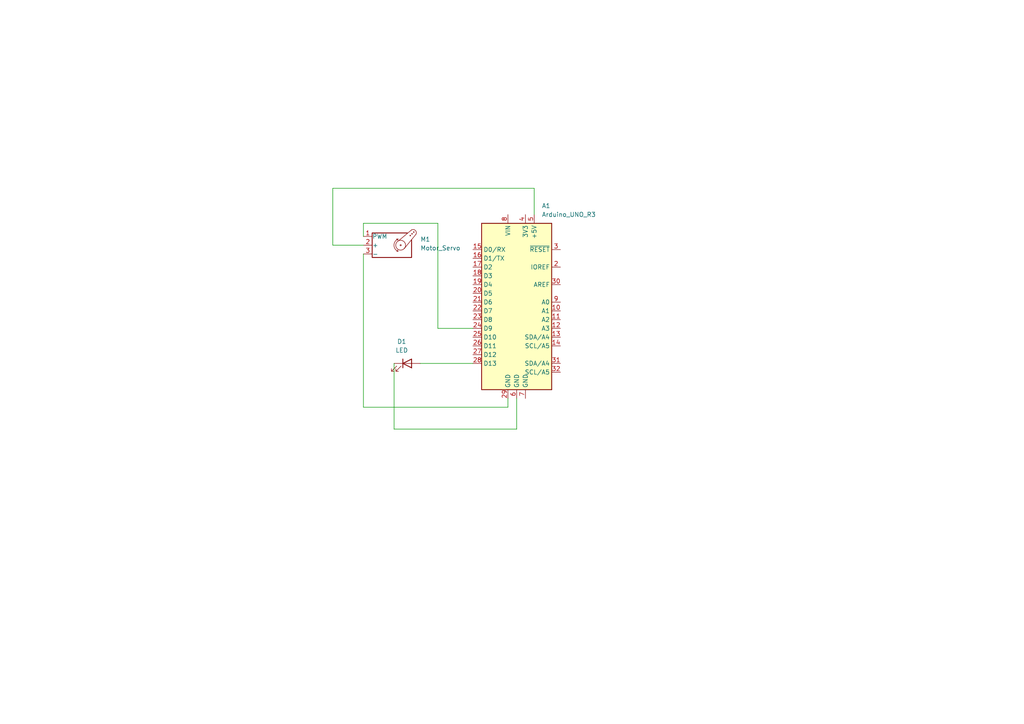
<source format=kicad_sch>
(kicad_sch
	(version 20231120)
	(generator "eeschema")
	(generator_version "8.0")
	(uuid "5afa6179-67df-4ad2-a80e-5f41f85fa8c2")
	(paper "A4")
	(lib_symbols
		(symbol "Device:LED"
			(pin_numbers hide)
			(pin_names
				(offset 1.016) hide)
			(exclude_from_sim no)
			(in_bom yes)
			(on_board yes)
			(property "Reference" "D"
				(at 0 2.54 0)
				(effects
					(font
						(size 1.27 1.27)
					)
				)
			)
			(property "Value" "LED"
				(at 0 -2.54 0)
				(effects
					(font
						(size 1.27 1.27)
					)
				)
			)
			(property "Footprint" ""
				(at 0 0 0)
				(effects
					(font
						(size 1.27 1.27)
					)
					(hide yes)
				)
			)
			(property "Datasheet" "~"
				(at 0 0 0)
				(effects
					(font
						(size 1.27 1.27)
					)
					(hide yes)
				)
			)
			(property "Description" "Light emitting diode"
				(at 0 0 0)
				(effects
					(font
						(size 1.27 1.27)
					)
					(hide yes)
				)
			)
			(property "ki_keywords" "LED diode"
				(at 0 0 0)
				(effects
					(font
						(size 1.27 1.27)
					)
					(hide yes)
				)
			)
			(property "ki_fp_filters" "LED* LED_SMD:* LED_THT:*"
				(at 0 0 0)
				(effects
					(font
						(size 1.27 1.27)
					)
					(hide yes)
				)
			)
			(symbol "LED_0_1"
				(polyline
					(pts
						(xy -1.27 -1.27) (xy -1.27 1.27)
					)
					(stroke
						(width 0.254)
						(type default)
					)
					(fill
						(type none)
					)
				)
				(polyline
					(pts
						(xy -1.27 0) (xy 1.27 0)
					)
					(stroke
						(width 0)
						(type default)
					)
					(fill
						(type none)
					)
				)
				(polyline
					(pts
						(xy 1.27 -1.27) (xy 1.27 1.27) (xy -1.27 0) (xy 1.27 -1.27)
					)
					(stroke
						(width 0.254)
						(type default)
					)
					(fill
						(type none)
					)
				)
				(polyline
					(pts
						(xy -3.048 -0.762) (xy -4.572 -2.286) (xy -3.81 -2.286) (xy -4.572 -2.286) (xy -4.572 -1.524)
					)
					(stroke
						(width 0)
						(type default)
					)
					(fill
						(type none)
					)
				)
				(polyline
					(pts
						(xy -1.778 -0.762) (xy -3.302 -2.286) (xy -2.54 -2.286) (xy -3.302 -2.286) (xy -3.302 -1.524)
					)
					(stroke
						(width 0)
						(type default)
					)
					(fill
						(type none)
					)
				)
			)
			(symbol "LED_1_1"
				(pin passive line
					(at -3.81 0 0)
					(length 2.54)
					(name "K"
						(effects
							(font
								(size 1.27 1.27)
							)
						)
					)
					(number "1"
						(effects
							(font
								(size 1.27 1.27)
							)
						)
					)
				)
				(pin passive line
					(at 3.81 0 180)
					(length 2.54)
					(name "A"
						(effects
							(font
								(size 1.27 1.27)
							)
						)
					)
					(number "2"
						(effects
							(font
								(size 1.27 1.27)
							)
						)
					)
				)
			)
		)
		(symbol "MCU_Module:Arduino_UNO_R3"
			(exclude_from_sim no)
			(in_bom yes)
			(on_board yes)
			(property "Reference" "A"
				(at -10.16 23.495 0)
				(effects
					(font
						(size 1.27 1.27)
					)
					(justify left bottom)
				)
			)
			(property "Value" "Arduino_UNO_R3"
				(at 5.08 -26.67 0)
				(effects
					(font
						(size 1.27 1.27)
					)
					(justify left top)
				)
			)
			(property "Footprint" "Module:Arduino_UNO_R3"
				(at 0 0 0)
				(effects
					(font
						(size 1.27 1.27)
						(italic yes)
					)
					(hide yes)
				)
			)
			(property "Datasheet" "https://www.arduino.cc/en/Main/arduinoBoardUno"
				(at 0 0 0)
				(effects
					(font
						(size 1.27 1.27)
					)
					(hide yes)
				)
			)
			(property "Description" "Arduino UNO Microcontroller Module, release 3"
				(at 0 0 0)
				(effects
					(font
						(size 1.27 1.27)
					)
					(hide yes)
				)
			)
			(property "ki_keywords" "Arduino UNO R3 Microcontroller Module Atmel AVR USB"
				(at 0 0 0)
				(effects
					(font
						(size 1.27 1.27)
					)
					(hide yes)
				)
			)
			(property "ki_fp_filters" "Arduino*UNO*R3*"
				(at 0 0 0)
				(effects
					(font
						(size 1.27 1.27)
					)
					(hide yes)
				)
			)
			(symbol "Arduino_UNO_R3_0_1"
				(rectangle
					(start -10.16 22.86)
					(end 10.16 -25.4)
					(stroke
						(width 0.254)
						(type default)
					)
					(fill
						(type background)
					)
				)
			)
			(symbol "Arduino_UNO_R3_1_1"
				(pin no_connect line
					(at -10.16 -20.32 0)
					(length 2.54) hide
					(name "NC"
						(effects
							(font
								(size 1.27 1.27)
							)
						)
					)
					(number "1"
						(effects
							(font
								(size 1.27 1.27)
							)
						)
					)
				)
				(pin bidirectional line
					(at 12.7 -2.54 180)
					(length 2.54)
					(name "A1"
						(effects
							(font
								(size 1.27 1.27)
							)
						)
					)
					(number "10"
						(effects
							(font
								(size 1.27 1.27)
							)
						)
					)
				)
				(pin bidirectional line
					(at 12.7 -5.08 180)
					(length 2.54)
					(name "A2"
						(effects
							(font
								(size 1.27 1.27)
							)
						)
					)
					(number "11"
						(effects
							(font
								(size 1.27 1.27)
							)
						)
					)
				)
				(pin bidirectional line
					(at 12.7 -7.62 180)
					(length 2.54)
					(name "A3"
						(effects
							(font
								(size 1.27 1.27)
							)
						)
					)
					(number "12"
						(effects
							(font
								(size 1.27 1.27)
							)
						)
					)
				)
				(pin bidirectional line
					(at 12.7 -10.16 180)
					(length 2.54)
					(name "SDA/A4"
						(effects
							(font
								(size 1.27 1.27)
							)
						)
					)
					(number "13"
						(effects
							(font
								(size 1.27 1.27)
							)
						)
					)
				)
				(pin bidirectional line
					(at 12.7 -12.7 180)
					(length 2.54)
					(name "SCL/A5"
						(effects
							(font
								(size 1.27 1.27)
							)
						)
					)
					(number "14"
						(effects
							(font
								(size 1.27 1.27)
							)
						)
					)
				)
				(pin bidirectional line
					(at -12.7 15.24 0)
					(length 2.54)
					(name "D0/RX"
						(effects
							(font
								(size 1.27 1.27)
							)
						)
					)
					(number "15"
						(effects
							(font
								(size 1.27 1.27)
							)
						)
					)
				)
				(pin bidirectional line
					(at -12.7 12.7 0)
					(length 2.54)
					(name "D1/TX"
						(effects
							(font
								(size 1.27 1.27)
							)
						)
					)
					(number "16"
						(effects
							(font
								(size 1.27 1.27)
							)
						)
					)
				)
				(pin bidirectional line
					(at -12.7 10.16 0)
					(length 2.54)
					(name "D2"
						(effects
							(font
								(size 1.27 1.27)
							)
						)
					)
					(number "17"
						(effects
							(font
								(size 1.27 1.27)
							)
						)
					)
				)
				(pin bidirectional line
					(at -12.7 7.62 0)
					(length 2.54)
					(name "D3"
						(effects
							(font
								(size 1.27 1.27)
							)
						)
					)
					(number "18"
						(effects
							(font
								(size 1.27 1.27)
							)
						)
					)
				)
				(pin bidirectional line
					(at -12.7 5.08 0)
					(length 2.54)
					(name "D4"
						(effects
							(font
								(size 1.27 1.27)
							)
						)
					)
					(number "19"
						(effects
							(font
								(size 1.27 1.27)
							)
						)
					)
				)
				(pin output line
					(at 12.7 10.16 180)
					(length 2.54)
					(name "IOREF"
						(effects
							(font
								(size 1.27 1.27)
							)
						)
					)
					(number "2"
						(effects
							(font
								(size 1.27 1.27)
							)
						)
					)
				)
				(pin bidirectional line
					(at -12.7 2.54 0)
					(length 2.54)
					(name "D5"
						(effects
							(font
								(size 1.27 1.27)
							)
						)
					)
					(number "20"
						(effects
							(font
								(size 1.27 1.27)
							)
						)
					)
				)
				(pin bidirectional line
					(at -12.7 0 0)
					(length 2.54)
					(name "D6"
						(effects
							(font
								(size 1.27 1.27)
							)
						)
					)
					(number "21"
						(effects
							(font
								(size 1.27 1.27)
							)
						)
					)
				)
				(pin bidirectional line
					(at -12.7 -2.54 0)
					(length 2.54)
					(name "D7"
						(effects
							(font
								(size 1.27 1.27)
							)
						)
					)
					(number "22"
						(effects
							(font
								(size 1.27 1.27)
							)
						)
					)
				)
				(pin bidirectional line
					(at -12.7 -5.08 0)
					(length 2.54)
					(name "D8"
						(effects
							(font
								(size 1.27 1.27)
							)
						)
					)
					(number "23"
						(effects
							(font
								(size 1.27 1.27)
							)
						)
					)
				)
				(pin bidirectional line
					(at -12.7 -7.62 0)
					(length 2.54)
					(name "D9"
						(effects
							(font
								(size 1.27 1.27)
							)
						)
					)
					(number "24"
						(effects
							(font
								(size 1.27 1.27)
							)
						)
					)
				)
				(pin bidirectional line
					(at -12.7 -10.16 0)
					(length 2.54)
					(name "D10"
						(effects
							(font
								(size 1.27 1.27)
							)
						)
					)
					(number "25"
						(effects
							(font
								(size 1.27 1.27)
							)
						)
					)
				)
				(pin bidirectional line
					(at -12.7 -12.7 0)
					(length 2.54)
					(name "D11"
						(effects
							(font
								(size 1.27 1.27)
							)
						)
					)
					(number "26"
						(effects
							(font
								(size 1.27 1.27)
							)
						)
					)
				)
				(pin bidirectional line
					(at -12.7 -15.24 0)
					(length 2.54)
					(name "D12"
						(effects
							(font
								(size 1.27 1.27)
							)
						)
					)
					(number "27"
						(effects
							(font
								(size 1.27 1.27)
							)
						)
					)
				)
				(pin bidirectional line
					(at -12.7 -17.78 0)
					(length 2.54)
					(name "D13"
						(effects
							(font
								(size 1.27 1.27)
							)
						)
					)
					(number "28"
						(effects
							(font
								(size 1.27 1.27)
							)
						)
					)
				)
				(pin power_in line
					(at -2.54 -27.94 90)
					(length 2.54)
					(name "GND"
						(effects
							(font
								(size 1.27 1.27)
							)
						)
					)
					(number "29"
						(effects
							(font
								(size 1.27 1.27)
							)
						)
					)
				)
				(pin input line
					(at 12.7 15.24 180)
					(length 2.54)
					(name "~{RESET}"
						(effects
							(font
								(size 1.27 1.27)
							)
						)
					)
					(number "3"
						(effects
							(font
								(size 1.27 1.27)
							)
						)
					)
				)
				(pin input line
					(at 12.7 5.08 180)
					(length 2.54)
					(name "AREF"
						(effects
							(font
								(size 1.27 1.27)
							)
						)
					)
					(number "30"
						(effects
							(font
								(size 1.27 1.27)
							)
						)
					)
				)
				(pin bidirectional line
					(at 12.7 -17.78 180)
					(length 2.54)
					(name "SDA/A4"
						(effects
							(font
								(size 1.27 1.27)
							)
						)
					)
					(number "31"
						(effects
							(font
								(size 1.27 1.27)
							)
						)
					)
				)
				(pin bidirectional line
					(at 12.7 -20.32 180)
					(length 2.54)
					(name "SCL/A5"
						(effects
							(font
								(size 1.27 1.27)
							)
						)
					)
					(number "32"
						(effects
							(font
								(size 1.27 1.27)
							)
						)
					)
				)
				(pin power_out line
					(at 2.54 25.4 270)
					(length 2.54)
					(name "3V3"
						(effects
							(font
								(size 1.27 1.27)
							)
						)
					)
					(number "4"
						(effects
							(font
								(size 1.27 1.27)
							)
						)
					)
				)
				(pin power_out line
					(at 5.08 25.4 270)
					(length 2.54)
					(name "+5V"
						(effects
							(font
								(size 1.27 1.27)
							)
						)
					)
					(number "5"
						(effects
							(font
								(size 1.27 1.27)
							)
						)
					)
				)
				(pin power_in line
					(at 0 -27.94 90)
					(length 2.54)
					(name "GND"
						(effects
							(font
								(size 1.27 1.27)
							)
						)
					)
					(number "6"
						(effects
							(font
								(size 1.27 1.27)
							)
						)
					)
				)
				(pin power_in line
					(at 2.54 -27.94 90)
					(length 2.54)
					(name "GND"
						(effects
							(font
								(size 1.27 1.27)
							)
						)
					)
					(number "7"
						(effects
							(font
								(size 1.27 1.27)
							)
						)
					)
				)
				(pin power_in line
					(at -2.54 25.4 270)
					(length 2.54)
					(name "VIN"
						(effects
							(font
								(size 1.27 1.27)
							)
						)
					)
					(number "8"
						(effects
							(font
								(size 1.27 1.27)
							)
						)
					)
				)
				(pin bidirectional line
					(at 12.7 0 180)
					(length 2.54)
					(name "A0"
						(effects
							(font
								(size 1.27 1.27)
							)
						)
					)
					(number "9"
						(effects
							(font
								(size 1.27 1.27)
							)
						)
					)
				)
			)
		)
		(symbol "Motor:Motor_Servo"
			(pin_names
				(offset 0.0254)
			)
			(exclude_from_sim no)
			(in_bom yes)
			(on_board yes)
			(property "Reference" "M"
				(at -5.08 4.445 0)
				(effects
					(font
						(size 1.27 1.27)
					)
					(justify left)
				)
			)
			(property "Value" "Motor_Servo"
				(at -5.08 -4.064 0)
				(effects
					(font
						(size 1.27 1.27)
					)
					(justify left top)
				)
			)
			(property "Footprint" ""
				(at 0 -4.826 0)
				(effects
					(font
						(size 1.27 1.27)
					)
					(hide yes)
				)
			)
			(property "Datasheet" "http://forums.parallax.com/uploads/attachments/46831/74481.png"
				(at 0 -4.826 0)
				(effects
					(font
						(size 1.27 1.27)
					)
					(hide yes)
				)
			)
			(property "Description" "Servo Motor (Futaba, HiTec, JR connector)"
				(at 0 0 0)
				(effects
					(font
						(size 1.27 1.27)
					)
					(hide yes)
				)
			)
			(property "ki_keywords" "Servo Motor"
				(at 0 0 0)
				(effects
					(font
						(size 1.27 1.27)
					)
					(hide yes)
				)
			)
			(property "ki_fp_filters" "PinHeader*P2.54mm*"
				(at 0 0 0)
				(effects
					(font
						(size 1.27 1.27)
					)
					(hide yes)
				)
			)
			(symbol "Motor_Servo_0_1"
				(polyline
					(pts
						(xy 2.413 -1.778) (xy 2.032 -1.778)
					)
					(stroke
						(width 0)
						(type default)
					)
					(fill
						(type none)
					)
				)
				(polyline
					(pts
						(xy 2.413 -1.778) (xy 2.286 -1.397)
					)
					(stroke
						(width 0)
						(type default)
					)
					(fill
						(type none)
					)
				)
				(polyline
					(pts
						(xy 2.413 1.778) (xy 1.905 1.778)
					)
					(stroke
						(width 0)
						(type default)
					)
					(fill
						(type none)
					)
				)
				(polyline
					(pts
						(xy 2.413 1.778) (xy 2.286 1.397)
					)
					(stroke
						(width 0)
						(type default)
					)
					(fill
						(type none)
					)
				)
				(polyline
					(pts
						(xy 6.35 4.445) (xy 2.54 1.27)
					)
					(stroke
						(width 0)
						(type default)
					)
					(fill
						(type none)
					)
				)
				(polyline
					(pts
						(xy 7.62 3.175) (xy 4.191 -1.016)
					)
					(stroke
						(width 0)
						(type default)
					)
					(fill
						(type none)
					)
				)
				(polyline
					(pts
						(xy 5.08 3.556) (xy -5.08 3.556) (xy -5.08 -3.556) (xy 6.35 -3.556) (xy 6.35 1.524)
					)
					(stroke
						(width 0.254)
						(type default)
					)
					(fill
						(type none)
					)
				)
				(arc
					(start 2.413 1.778)
					(mid 1.2406 0)
					(end 2.413 -1.778)
					(stroke
						(width 0)
						(type default)
					)
					(fill
						(type none)
					)
				)
				(circle
					(center 3.175 0)
					(radius 0.1778)
					(stroke
						(width 0)
						(type default)
					)
					(fill
						(type none)
					)
				)
				(circle
					(center 3.175 0)
					(radius 1.4224)
					(stroke
						(width 0)
						(type default)
					)
					(fill
						(type none)
					)
				)
				(circle
					(center 5.969 2.794)
					(radius 0.127)
					(stroke
						(width 0)
						(type default)
					)
					(fill
						(type none)
					)
				)
				(circle
					(center 6.477 3.302)
					(radius 0.127)
					(stroke
						(width 0)
						(type default)
					)
					(fill
						(type none)
					)
				)
				(circle
					(center 6.985 3.81)
					(radius 0.127)
					(stroke
						(width 0)
						(type default)
					)
					(fill
						(type none)
					)
				)
				(arc
					(start 7.62 3.175)
					(mid 7.4485 4.2735)
					(end 6.35 4.445)
					(stroke
						(width 0)
						(type default)
					)
					(fill
						(type none)
					)
				)
			)
			(symbol "Motor_Servo_1_1"
				(pin passive line
					(at -7.62 2.54 0)
					(length 2.54)
					(name "PWM"
						(effects
							(font
								(size 1.27 1.27)
							)
						)
					)
					(number "1"
						(effects
							(font
								(size 1.27 1.27)
							)
						)
					)
				)
				(pin passive line
					(at -7.62 0 0)
					(length 2.54)
					(name "+"
						(effects
							(font
								(size 1.27 1.27)
							)
						)
					)
					(number "2"
						(effects
							(font
								(size 1.27 1.27)
							)
						)
					)
				)
				(pin passive line
					(at -7.62 -2.54 0)
					(length 2.54)
					(name "-"
						(effects
							(font
								(size 1.27 1.27)
							)
						)
					)
					(number "3"
						(effects
							(font
								(size 1.27 1.27)
							)
						)
					)
				)
			)
		)
	)
	(wire
		(pts
			(xy 105.41 71.12) (xy 96.52 71.12)
		)
		(stroke
			(width 0)
			(type default)
		)
		(uuid "01a4d2dc-3cb2-4346-9d0e-32ea169892f5")
	)
	(wire
		(pts
			(xy 96.52 71.12) (xy 96.52 54.61)
		)
		(stroke
			(width 0)
			(type default)
		)
		(uuid "4511bd37-4d7f-46a7-9ab9-53ed809ee491")
	)
	(wire
		(pts
			(xy 114.3 105.41) (xy 114.3 124.46)
		)
		(stroke
			(width 0)
			(type default)
		)
		(uuid "46a14fdb-5f72-429f-bb2c-29871c95bbcd")
	)
	(wire
		(pts
			(xy 96.52 54.61) (xy 154.94 54.61)
		)
		(stroke
			(width 0)
			(type default)
		)
		(uuid "482365a2-4b29-43d8-a817-1c5fee46c604")
	)
	(wire
		(pts
			(xy 154.94 54.61) (xy 154.94 62.23)
		)
		(stroke
			(width 0)
			(type default)
		)
		(uuid "6a9b2b18-8890-48db-9dfe-f13251c5d944")
	)
	(wire
		(pts
			(xy 149.86 115.57) (xy 149.86 124.46)
		)
		(stroke
			(width 0)
			(type default)
		)
		(uuid "830ee089-8901-4fda-bd93-d96bcd763fab")
	)
	(wire
		(pts
			(xy 105.41 64.77) (xy 127 64.77)
		)
		(stroke
			(width 0)
			(type default)
		)
		(uuid "86a932cc-f079-4d66-8dc8-c9d778c860a6")
	)
	(wire
		(pts
			(xy 114.3 124.46) (xy 149.86 124.46)
		)
		(stroke
			(width 0)
			(type default)
		)
		(uuid "95aff142-6a7b-4bdd-a745-4d8338073d91")
	)
	(wire
		(pts
			(xy 147.32 115.57) (xy 147.32 118.11)
		)
		(stroke
			(width 0)
			(type default)
		)
		(uuid "a337b13e-7297-4340-8923-20608995205d")
	)
	(wire
		(pts
			(xy 105.41 118.11) (xy 147.32 118.11)
		)
		(stroke
			(width 0)
			(type default)
		)
		(uuid "bb72edaa-c42a-4ab7-94f2-3f67f4dfbe83")
	)
	(wire
		(pts
			(xy 127 64.77) (xy 127 95.25)
		)
		(stroke
			(width 0)
			(type default)
		)
		(uuid "c62c18ef-92d3-45e6-94d4-e215f0208716")
	)
	(wire
		(pts
			(xy 127 95.25) (xy 137.16 95.25)
		)
		(stroke
			(width 0)
			(type default)
		)
		(uuid "c8596433-e60b-4850-8e89-850b2418ad5f")
	)
	(wire
		(pts
			(xy 121.92 105.41) (xy 137.16 105.41)
		)
		(stroke
			(width 0)
			(type default)
		)
		(uuid "ce6764fe-4f1e-4367-8752-a51f4acc6800")
	)
	(wire
		(pts
			(xy 105.41 68.58) (xy 105.41 64.77)
		)
		(stroke
			(width 0)
			(type default)
		)
		(uuid "d34ab42c-1507-4f63-9654-4319b19bd265")
	)
	(wire
		(pts
			(xy 105.41 73.66) (xy 105.41 118.11)
		)
		(stroke
			(width 0)
			(type default)
		)
		(uuid "e4102497-d960-4237-98d2-c02d37f1aa9b")
	)
	(symbol
		(lib_id "Motor:Motor_Servo")
		(at 113.03 71.12 0)
		(unit 1)
		(exclude_from_sim no)
		(in_bom yes)
		(on_board yes)
		(dnp no)
		(fields_autoplaced yes)
		(uuid "50607a74-69e7-4dda-a26e-59a247f03fa8")
		(property "Reference" "M1"
			(at 121.92 69.4165 0)
			(effects
				(font
					(size 1.27 1.27)
				)
				(justify left)
			)
		)
		(property "Value" "Motor_Servo"
			(at 121.92 71.9565 0)
			(effects
				(font
					(size 1.27 1.27)
				)
				(justify left)
			)
		)
		(property "Footprint" ""
			(at 113.03 75.946 0)
			(effects
				(font
					(size 1.27 1.27)
				)
				(hide yes)
			)
		)
		(property "Datasheet" "http://forums.parallax.com/uploads/attachments/46831/74481.png"
			(at 113.03 75.946 0)
			(effects
				(font
					(size 1.27 1.27)
				)
				(hide yes)
			)
		)
		(property "Description" "Servo Motor (Futaba, HiTec, JR connector)"
			(at 113.03 71.12 0)
			(effects
				(font
					(size 1.27 1.27)
				)
				(hide yes)
			)
		)
		(pin "3"
			(uuid "74748bf6-5d36-4031-8480-a4810144b535")
		)
		(pin "2"
			(uuid "b756fe2e-f5c5-4e18-a3cf-0325c6c4d97a")
		)
		(pin "1"
			(uuid "848b3a3f-d587-4dd3-bcff-2cbf171357d6")
		)
		(instances
			(project ""
				(path "/5afa6179-67df-4ad2-a80e-5f41f85fa8c2"
					(reference "M1")
					(unit 1)
				)
			)
		)
	)
	(symbol
		(lib_id "Device:LED")
		(at 118.11 105.41 0)
		(unit 1)
		(exclude_from_sim no)
		(in_bom yes)
		(on_board yes)
		(dnp no)
		(fields_autoplaced yes)
		(uuid "52c1a807-f2aa-4c12-9cb4-b33290b4d744")
		(property "Reference" "D1"
			(at 116.5225 99.06 0)
			(effects
				(font
					(size 1.27 1.27)
				)
			)
		)
		(property "Value" "LED"
			(at 116.5225 101.6 0)
			(effects
				(font
					(size 1.27 1.27)
				)
			)
		)
		(property "Footprint" ""
			(at 118.11 105.41 0)
			(effects
				(font
					(size 1.27 1.27)
				)
				(hide yes)
			)
		)
		(property "Datasheet" "~"
			(at 118.11 105.41 0)
			(effects
				(font
					(size 1.27 1.27)
				)
				(hide yes)
			)
		)
		(property "Description" "Light emitting diode"
			(at 118.11 105.41 0)
			(effects
				(font
					(size 1.27 1.27)
				)
				(hide yes)
			)
		)
		(pin "1"
			(uuid "5a39b704-a0aa-4d92-8f34-5af2bef71d1e")
		)
		(pin "2"
			(uuid "c084fb8e-373d-43db-a05d-e3fa0955f78b")
		)
		(instances
			(project ""
				(path "/5afa6179-67df-4ad2-a80e-5f41f85fa8c2"
					(reference "D1")
					(unit 1)
				)
			)
		)
	)
	(symbol
		(lib_id "MCU_Module:Arduino_UNO_R3")
		(at 149.86 87.63 0)
		(unit 1)
		(exclude_from_sim no)
		(in_bom yes)
		(on_board yes)
		(dnp no)
		(fields_autoplaced yes)
		(uuid "6f514c89-4c53-4637-a209-0f09ed1b0870")
		(property "Reference" "A1"
			(at 157.1341 59.69 0)
			(effects
				(font
					(size 1.27 1.27)
				)
				(justify left)
			)
		)
		(property "Value" "Arduino_UNO_R3"
			(at 157.1341 62.23 0)
			(effects
				(font
					(size 1.27 1.27)
				)
				(justify left)
			)
		)
		(property "Footprint" "Module:Arduino_UNO_R3"
			(at 149.86 87.63 0)
			(effects
				(font
					(size 1.27 1.27)
					(italic yes)
				)
				(hide yes)
			)
		)
		(property "Datasheet" "https://www.arduino.cc/en/Main/arduinoBoardUno"
			(at 149.86 87.63 0)
			(effects
				(font
					(size 1.27 1.27)
				)
				(hide yes)
			)
		)
		(property "Description" "Arduino UNO Microcontroller Module, release 3"
			(at 149.86 87.63 0)
			(effects
				(font
					(size 1.27 1.27)
				)
				(hide yes)
			)
		)
		(pin "3"
			(uuid "df38b7bc-c0d3-4f7d-974e-be5af62ae78e")
		)
		(pin "5"
			(uuid "0b4e06bd-2c80-4bf5-9109-dc96d341f6a1")
		)
		(pin "7"
			(uuid "6a7c2459-0a4b-4271-b4e0-55efeab33208")
		)
		(pin "2"
			(uuid "469de903-903d-4145-adb0-f00c07cb2eac")
		)
		(pin "21"
			(uuid "a1f371ea-d27e-4989-bc99-faf87fdd80b0")
		)
		(pin "9"
			(uuid "3b9385ec-f283-43cc-a0d8-f57d75e3a655")
		)
		(pin "26"
			(uuid "28ace319-4268-4a4f-827f-8ca8c1745ed9")
		)
		(pin "22"
			(uuid "aa90ac98-e044-4e4b-ab19-fdc36d1ef6be")
		)
		(pin "10"
			(uuid "85af2c54-c606-415a-9a2c-6cd0458918a3")
		)
		(pin "4"
			(uuid "6394fa5a-75e4-4d8c-9b3b-31cf793154c0")
		)
		(pin "24"
			(uuid "6df90873-f72f-4b42-a5da-16c5ad07116b")
		)
		(pin "25"
			(uuid "ae5a4bc6-6ab6-48c1-aef1-daa527e8ab77")
		)
		(pin "12"
			(uuid "6d9f89c9-526a-4ff4-880d-cfb2a237a9df")
		)
		(pin "18"
			(uuid "acee636e-ae2c-4e05-abab-8e85d10ebe9b")
		)
		(pin "30"
			(uuid "3bd33497-d080-4939-9f7f-30d84aaa22e7")
		)
		(pin "32"
			(uuid "c1c837ab-f947-46d3-9b47-f2e4d646c2c2")
		)
		(pin "17"
			(uuid "00bcd8f1-b450-4894-a78b-d05576241ae4")
		)
		(pin "14"
			(uuid "a227c46b-c3ee-4405-bac6-7578f231704f")
		)
		(pin "31"
			(uuid "eaf6081f-12a4-4185-bfad-c85596d772fa")
		)
		(pin "27"
			(uuid "b4549175-cebc-4e56-acad-8ffbfadd1a0f")
		)
		(pin "8"
			(uuid "c53f49ba-0891-4669-98f3-097eda5c77d4")
		)
		(pin "1"
			(uuid "bf35b03e-7b6e-41c2-b03a-d14a738a48d2")
		)
		(pin "13"
			(uuid "90695014-c450-48d0-aa47-3151598281b3")
		)
		(pin "23"
			(uuid "53cf7ee6-3ce6-45f2-a786-362041c67f17")
		)
		(pin "19"
			(uuid "189b7a84-c65b-4fa7-93b8-114b1ab1ef1e")
		)
		(pin "20"
			(uuid "b640dc35-a641-4f50-8052-3383b3e55faa")
		)
		(pin "11"
			(uuid "76883d39-fee0-4868-9992-5e5fde9d84d1")
		)
		(pin "16"
			(uuid "06f1e81f-471f-4c8d-a0ba-78299981d04d")
		)
		(pin "28"
			(uuid "1f4f74e2-ce85-4aae-aeb3-4a54a7ac1df2")
		)
		(pin "6"
			(uuid "fedbfe8e-b20f-489a-8e88-99887bee7f03")
		)
		(pin "15"
			(uuid "8b90bdab-e03e-4c65-9278-e21617c70f79")
		)
		(pin "29"
			(uuid "a7aad862-0b2c-4fe7-b326-1623d7898cde")
		)
		(instances
			(project ""
				(path "/5afa6179-67df-4ad2-a80e-5f41f85fa8c2"
					(reference "A1")
					(unit 1)
				)
			)
		)
	)
	(sheet_instances
		(path "/"
			(page "1")
		)
	)
)

</source>
